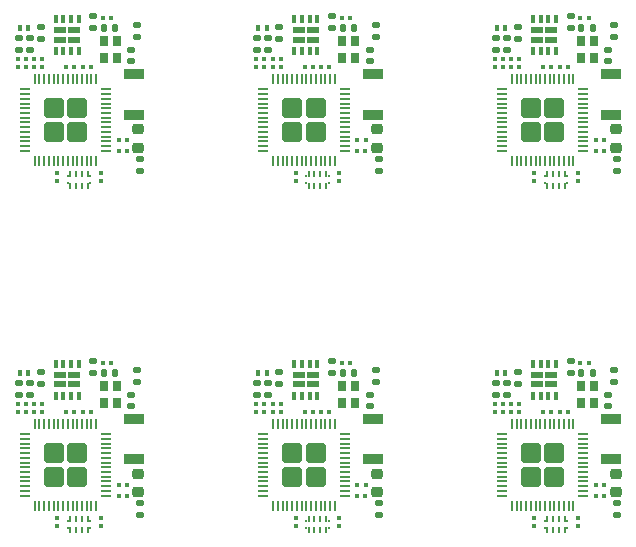
<source format=gtp>
G04 #@! TF.GenerationSoftware,KiCad,Pcbnew,9.0.0-9.0.0-2~ubuntu24.04.1*
G04 #@! TF.CreationDate,2025-03-16T16:10:11-04:00*
G04 #@! TF.ProjectId,panel9,70616e65-6c39-42e6-9b69-6361645f7063,rev?*
G04 #@! TF.SameCoordinates,Original*
G04 #@! TF.FileFunction,Paste,Top*
G04 #@! TF.FilePolarity,Positive*
%FSLAX46Y46*%
G04 Gerber Fmt 4.6, Leading zero omitted, Abs format (unit mm)*
G04 Created by KiCad (PCBNEW 9.0.0-9.0.0-2~ubuntu24.04.1) date 2025-03-16 16:10:11*
%MOMM*%
%LPD*%
G01*
G04 APERTURE LIST*
G04 Aperture macros list*
%AMRoundRect*
0 Rectangle with rounded corners*
0 $1 Rounding radius*
0 $2 $3 $4 $5 $6 $7 $8 $9 X,Y pos of 4 corners*
0 Add a 4 corners polygon primitive as box body*
4,1,4,$2,$3,$4,$5,$6,$7,$8,$9,$2,$3,0*
0 Add four circle primitives for the rounded corners*
1,1,$1+$1,$2,$3*
1,1,$1+$1,$4,$5*
1,1,$1+$1,$6,$7*
1,1,$1+$1,$8,$9*
0 Add four rect primitives between the rounded corners*
20,1,$1+$1,$2,$3,$4,$5,0*
20,1,$1+$1,$4,$5,$6,$7,0*
20,1,$1+$1,$6,$7,$8,$9,0*
20,1,$1+$1,$8,$9,$2,$3,0*%
G04 Aperture macros list end*
%ADD10RoundRect,0.079500X-0.079500X-0.100500X0.079500X-0.100500X0.079500X0.100500X-0.079500X0.100500X0*%
%ADD11RoundRect,0.135000X0.185000X-0.135000X0.185000X0.135000X-0.185000X0.135000X-0.185000X-0.135000X0*%
%ADD12R,0.200000X0.600000*%
%ADD13R,0.200000X0.200000*%
%ADD14RoundRect,0.079500X0.079500X0.100500X-0.079500X0.100500X-0.079500X-0.100500X0.079500X-0.100500X0*%
%ADD15R,1.000000X0.600000*%
%ADD16R,0.350000X0.650000*%
%ADD17R,0.300000X0.500000*%
%ADD18RoundRect,0.387168X-0.487832X-0.487832X0.487832X-0.487832X0.487832X0.487832X-0.487832X0.487832X0*%
%ADD19RoundRect,0.050000X-0.387500X-0.050000X0.387500X-0.050000X0.387500X0.050000X-0.387500X0.050000X0*%
%ADD20RoundRect,0.050000X-0.050000X-0.387500X0.050000X-0.387500X0.050000X0.387500X-0.050000X0.387500X0*%
%ADD21RoundRect,0.140000X-0.170000X0.140000X-0.170000X-0.140000X0.170000X-0.140000X0.170000X0.140000X0*%
%ADD22RoundRect,0.079500X0.100500X-0.079500X0.100500X0.079500X-0.100500X0.079500X-0.100500X-0.079500X0*%
%ADD23RoundRect,0.218750X-0.256250X0.218750X-0.256250X-0.218750X0.256250X-0.218750X0.256250X0.218750X0*%
%ADD24R,1.700000X0.900000*%
%ADD25RoundRect,0.079500X-0.100500X0.079500X-0.100500X-0.079500X0.100500X-0.079500X0.100500X0.079500X0*%
%ADD26RoundRect,0.140000X0.170000X-0.140000X0.170000X0.140000X-0.170000X0.140000X-0.170000X-0.140000X0*%
%ADD27R,0.800000X0.900000*%
%ADD28RoundRect,0.135000X-0.185000X0.135000X-0.185000X-0.135000X0.185000X-0.135000X0.185000X0.135000X0*%
%ADD29RoundRect,0.140000X-0.140000X-0.170000X0.140000X-0.170000X0.140000X0.170000X-0.140000X0.170000X0*%
G04 APERTURE END LIST*
D10*
G04 #@! TO.C,C11*
X43660000Y-58440000D03*
X44350000Y-58440000D03*
G04 #@! TD*
D11*
G04 #@! TO.C,R4*
X21310000Y-48980000D03*
X21310000Y-47960000D03*
G04 #@! TD*
D12*
G04 #@! TO.C,U4*
X19320000Y-33106117D03*
D13*
X19120000Y-32906117D03*
D12*
X19820000Y-33106117D03*
X20320000Y-33106117D03*
X20820000Y-33106117D03*
D13*
X21020000Y-32906117D03*
X21020000Y-32306117D03*
D12*
X20820000Y-32106117D03*
X20320000Y-32106117D03*
X19820000Y-32106117D03*
D13*
X19120000Y-32306117D03*
D12*
X19320000Y-32106117D03*
G04 #@! TD*
D14*
G04 #@! TO.C,C9*
X19685000Y-23080000D03*
X18995000Y-23080000D03*
G04 #@! TD*
D10*
G04 #@! TO.C,C11*
X63860000Y-29240000D03*
X64550000Y-29240000D03*
G04 #@! TD*
D15*
G04 #@! TO.C,U1*
X38685000Y-20742500D03*
X39885000Y-20742500D03*
X38685000Y-19967500D03*
X39885000Y-19967500D03*
D16*
X38310000Y-21730000D03*
X38960000Y-21730000D03*
X39610000Y-21730000D03*
X40260000Y-21730000D03*
X40260000Y-18980000D03*
X39610000Y-18980000D03*
X38960000Y-18980000D03*
X38310000Y-18980000D03*
G04 #@! TD*
D14*
G04 #@! TO.C,C2*
X55975000Y-52285000D03*
X55285000Y-52285000D03*
G04 #@! TD*
D17*
G04 #@! TO.C,D1*
X56180000Y-48945000D03*
X55480000Y-48945000D03*
G04 #@! TD*
G04 #@! TO.C,D1*
X15780000Y-19745000D03*
X15080000Y-19745000D03*
G04 #@! TD*
D18*
G04 #@! TO.C,U2*
X38137500Y-26560000D03*
X38137500Y-28560000D03*
X40137500Y-26560000D03*
X40137500Y-28560000D03*
D19*
X35700000Y-24960000D03*
X35700000Y-25360000D03*
X35700000Y-25760000D03*
X35700000Y-26160000D03*
X35700000Y-26560000D03*
X35700000Y-26960000D03*
X35700000Y-27360000D03*
X35700000Y-27760000D03*
X35700000Y-28160000D03*
X35700000Y-28560000D03*
X35700000Y-28960000D03*
X35700000Y-29360000D03*
X35700000Y-29760000D03*
X35700000Y-30160000D03*
D20*
X36537500Y-30997500D03*
X36937500Y-30997500D03*
X37337500Y-30997500D03*
X37737500Y-30997500D03*
X38137500Y-30997500D03*
X38537500Y-30997500D03*
X38937500Y-30997500D03*
X39337500Y-30997500D03*
X39737500Y-30997500D03*
X40137500Y-30997500D03*
X40537500Y-30997500D03*
X40937500Y-30997500D03*
X41337500Y-30997500D03*
X41737500Y-30997500D03*
D19*
X42575000Y-30160000D03*
X42575000Y-29760000D03*
X42575000Y-29360000D03*
X42575000Y-28960000D03*
X42575000Y-28560000D03*
X42575000Y-28160000D03*
X42575000Y-27760000D03*
X42575000Y-27360000D03*
X42575000Y-26960000D03*
X42575000Y-26560000D03*
X42575000Y-26160000D03*
X42575000Y-25760000D03*
X42575000Y-25360000D03*
X42575000Y-24960000D03*
D20*
X41737500Y-24122500D03*
X41337500Y-24122500D03*
X40937500Y-24122500D03*
X40537500Y-24122500D03*
X40137500Y-24122500D03*
X39737500Y-24122500D03*
X39337500Y-24122500D03*
X38937500Y-24122500D03*
X38537500Y-24122500D03*
X38137500Y-24122500D03*
X37737500Y-24122500D03*
X37337500Y-24122500D03*
X36937500Y-24122500D03*
X36537500Y-24122500D03*
G04 #@! TD*
D10*
G04 #@! TO.C,C11*
X23460000Y-58440000D03*
X24150000Y-58440000D03*
G04 #@! TD*
D21*
G04 #@! TO.C,C16*
X16830000Y-19715000D03*
X16830000Y-20675000D03*
G04 #@! TD*
D10*
G04 #@! TO.C,C10*
X63845000Y-59350000D03*
X64535000Y-59350000D03*
G04 #@! TD*
D22*
G04 #@! TO.C,C8*
X36480000Y-52285000D03*
X36480000Y-51595000D03*
G04 #@! TD*
D10*
G04 #@! TO.C,C15*
X62535000Y-18930000D03*
X63225000Y-18930000D03*
G04 #@! TD*
D22*
G04 #@! TO.C,C7*
X57380000Y-52280000D03*
X57380000Y-51590000D03*
G04 #@! TD*
D14*
G04 #@! TO.C,C9*
X60085000Y-52280000D03*
X59395000Y-52280000D03*
G04 #@! TD*
D11*
G04 #@! TO.C,R1*
X45190000Y-49770000D03*
X45190000Y-48750000D03*
G04 #@! TD*
D23*
G04 #@! TO.C,D6*
X65520000Y-28312500D03*
X65520000Y-29887500D03*
G04 #@! TD*
D18*
G04 #@! TO.C,U2*
X17937500Y-26560000D03*
X17937500Y-28560000D03*
X19937500Y-26560000D03*
X19937500Y-28560000D03*
D19*
X15500000Y-24960000D03*
X15500000Y-25360000D03*
X15500000Y-25760000D03*
X15500000Y-26160000D03*
X15500000Y-26560000D03*
X15500000Y-26960000D03*
X15500000Y-27360000D03*
X15500000Y-27760000D03*
X15500000Y-28160000D03*
X15500000Y-28560000D03*
X15500000Y-28960000D03*
X15500000Y-29360000D03*
X15500000Y-29760000D03*
X15500000Y-30160000D03*
D20*
X16337500Y-30997500D03*
X16737500Y-30997500D03*
X17137500Y-30997500D03*
X17537500Y-30997500D03*
X17937500Y-30997500D03*
X18337500Y-30997500D03*
X18737500Y-30997500D03*
X19137500Y-30997500D03*
X19537500Y-30997500D03*
X19937500Y-30997500D03*
X20337500Y-30997500D03*
X20737500Y-30997500D03*
X21137500Y-30997500D03*
X21537500Y-30997500D03*
D19*
X22375000Y-30160000D03*
X22375000Y-29760000D03*
X22375000Y-29360000D03*
X22375000Y-28960000D03*
X22375000Y-28560000D03*
X22375000Y-28160000D03*
X22375000Y-27760000D03*
X22375000Y-27360000D03*
X22375000Y-26960000D03*
X22375000Y-26560000D03*
X22375000Y-26160000D03*
X22375000Y-25760000D03*
X22375000Y-25360000D03*
X22375000Y-24960000D03*
D20*
X21537500Y-24122500D03*
X21137500Y-24122500D03*
X20737500Y-24122500D03*
X20337500Y-24122500D03*
X19937500Y-24122500D03*
X19537500Y-24122500D03*
X19137500Y-24122500D03*
X18737500Y-24122500D03*
X18337500Y-24122500D03*
X17937500Y-24122500D03*
X17537500Y-24122500D03*
X17137500Y-24122500D03*
X16737500Y-24122500D03*
X16337500Y-24122500D03*
G04 #@! TD*
D24*
G04 #@! TO.C,SW1*
X44950000Y-23700000D03*
X44950000Y-27100000D03*
G04 #@! TD*
D14*
G04 #@! TO.C,C9*
X60085000Y-23080000D03*
X59395000Y-23080000D03*
G04 #@! TD*
G04 #@! TO.C,C2*
X15575000Y-23085000D03*
X14885000Y-23085000D03*
G04 #@! TD*
D15*
G04 #@! TO.C,U1*
X18485000Y-49942500D03*
X19685000Y-49942500D03*
X18485000Y-49167500D03*
X19685000Y-49167500D03*
D16*
X18110000Y-50930000D03*
X18760000Y-50930000D03*
X19410000Y-50930000D03*
X20060000Y-50930000D03*
X20060000Y-48180000D03*
X19410000Y-48180000D03*
X18760000Y-48180000D03*
X18110000Y-48180000D03*
G04 #@! TD*
D24*
G04 #@! TO.C,SW1*
X65150000Y-52900000D03*
X65150000Y-56300000D03*
G04 #@! TD*
D25*
G04 #@! TO.C,C1*
X18220000Y-32045000D03*
X18220000Y-32735000D03*
G04 #@! TD*
D10*
G04 #@! TO.C,C10*
X43645000Y-30150000D03*
X44335000Y-30150000D03*
G04 #@! TD*
D14*
G04 #@! TO.C,C9*
X39885000Y-23080000D03*
X39195000Y-23080000D03*
G04 #@! TD*
G04 #@! TO.C,C2*
X35775000Y-23085000D03*
X35085000Y-23085000D03*
G04 #@! TD*
D18*
G04 #@! TO.C,U2*
X38137500Y-55760000D03*
X38137500Y-57760000D03*
X40137500Y-55760000D03*
X40137500Y-57760000D03*
D19*
X35700000Y-54160000D03*
X35700000Y-54560000D03*
X35700000Y-54960000D03*
X35700000Y-55360000D03*
X35700000Y-55760000D03*
X35700000Y-56160000D03*
X35700000Y-56560000D03*
X35700000Y-56960000D03*
X35700000Y-57360000D03*
X35700000Y-57760000D03*
X35700000Y-58160000D03*
X35700000Y-58560000D03*
X35700000Y-58960000D03*
X35700000Y-59360000D03*
D20*
X36537500Y-60197500D03*
X36937500Y-60197500D03*
X37337500Y-60197500D03*
X37737500Y-60197500D03*
X38137500Y-60197500D03*
X38537500Y-60197500D03*
X38937500Y-60197500D03*
X39337500Y-60197500D03*
X39737500Y-60197500D03*
X40137500Y-60197500D03*
X40537500Y-60197500D03*
X40937500Y-60197500D03*
X41337500Y-60197500D03*
X41737500Y-60197500D03*
D19*
X42575000Y-59360000D03*
X42575000Y-58960000D03*
X42575000Y-58560000D03*
X42575000Y-58160000D03*
X42575000Y-57760000D03*
X42575000Y-57360000D03*
X42575000Y-56960000D03*
X42575000Y-56560000D03*
X42575000Y-56160000D03*
X42575000Y-55760000D03*
X42575000Y-55360000D03*
X42575000Y-54960000D03*
X42575000Y-54560000D03*
X42575000Y-54160000D03*
D20*
X41737500Y-53322500D03*
X41337500Y-53322500D03*
X40937500Y-53322500D03*
X40537500Y-53322500D03*
X40137500Y-53322500D03*
X39737500Y-53322500D03*
X39337500Y-53322500D03*
X38937500Y-53322500D03*
X38537500Y-53322500D03*
X38137500Y-53322500D03*
X37737500Y-53322500D03*
X37337500Y-53322500D03*
X36937500Y-53322500D03*
X36537500Y-53322500D03*
G04 #@! TD*
D22*
G04 #@! TO.C,C8*
X56680000Y-52285000D03*
X56680000Y-51595000D03*
G04 #@! TD*
D10*
G04 #@! TO.C,C10*
X43645000Y-59350000D03*
X44335000Y-59350000D03*
G04 #@! TD*
D26*
G04 #@! TO.C,C18*
X24510000Y-22570000D03*
X24510000Y-21610000D03*
G04 #@! TD*
D10*
G04 #@! TO.C,C12*
X20395000Y-23080000D03*
X21085000Y-23080000D03*
G04 #@! TD*
G04 #@! TO.C,C12*
X20395000Y-52280000D03*
X21085000Y-52280000D03*
G04 #@! TD*
D11*
G04 #@! TO.C,R4*
X41510000Y-48980000D03*
X41510000Y-47960000D03*
G04 #@! TD*
D14*
G04 #@! TO.C,C2*
X55975000Y-23085000D03*
X55285000Y-23085000D03*
G04 #@! TD*
D25*
G04 #@! TO.C,C1*
X38420000Y-61245000D03*
X38420000Y-61935000D03*
G04 #@! TD*
D23*
G04 #@! TO.C,D6*
X45320000Y-28312500D03*
X45320000Y-29887500D03*
G04 #@! TD*
D26*
G04 #@! TO.C,C4*
X14990000Y-21605000D03*
X14990000Y-20645000D03*
G04 #@! TD*
D23*
G04 #@! TO.C,D6*
X25120000Y-57512500D03*
X25120000Y-59087500D03*
G04 #@! TD*
D15*
G04 #@! TO.C,U1*
X38685000Y-49942500D03*
X39885000Y-49942500D03*
X38685000Y-49167500D03*
X39885000Y-49167500D03*
D16*
X38310000Y-50930000D03*
X38960000Y-50930000D03*
X39610000Y-50930000D03*
X40260000Y-50930000D03*
X40260000Y-48180000D03*
X39610000Y-48180000D03*
X38960000Y-48180000D03*
X38310000Y-48180000D03*
G04 #@! TD*
D25*
G04 #@! TO.C,C6*
X62320000Y-61235000D03*
X62320000Y-61925000D03*
G04 #@! TD*
D10*
G04 #@! TO.C,C15*
X42335000Y-48130000D03*
X43025000Y-48130000D03*
G04 #@! TD*
D25*
G04 #@! TO.C,C6*
X42120000Y-61235000D03*
X42120000Y-61925000D03*
G04 #@! TD*
D11*
G04 #@! TO.C,R4*
X61710000Y-48980000D03*
X61710000Y-47960000D03*
G04 #@! TD*
D27*
G04 #@! TO.C,Y1*
X42390000Y-50100000D03*
X42390000Y-51500000D03*
X43490000Y-51500000D03*
X43490000Y-50100000D03*
G04 #@! TD*
D17*
G04 #@! TO.C,D1*
X35980000Y-48945000D03*
X35280000Y-48945000D03*
G04 #@! TD*
D28*
G04 #@! TO.C,R11*
X65670000Y-60020000D03*
X65670000Y-61040000D03*
G04 #@! TD*
D10*
G04 #@! TO.C,C15*
X22135000Y-48130000D03*
X22825000Y-48130000D03*
G04 #@! TD*
D12*
G04 #@! TO.C,U4*
X59720000Y-33106117D03*
D13*
X59520000Y-32906117D03*
D12*
X60220000Y-33106117D03*
X60720000Y-33106117D03*
X61220000Y-33106117D03*
D13*
X61420000Y-32906117D03*
X61420000Y-32306117D03*
D12*
X61220000Y-32106117D03*
X60720000Y-32106117D03*
X60220000Y-32106117D03*
D13*
X59520000Y-32306117D03*
D12*
X59720000Y-32106117D03*
G04 #@! TD*
D11*
G04 #@! TO.C,R1*
X24990000Y-49770000D03*
X24990000Y-48750000D03*
G04 #@! TD*
D25*
G04 #@! TO.C,C6*
X21920000Y-32035000D03*
X21920000Y-32725000D03*
G04 #@! TD*
D26*
G04 #@! TO.C,C4*
X14990000Y-50805000D03*
X14990000Y-49845000D03*
G04 #@! TD*
D24*
G04 #@! TO.C,SW1*
X44950000Y-52900000D03*
X44950000Y-56300000D03*
G04 #@! TD*
D22*
G04 #@! TO.C,C7*
X16980000Y-23080000D03*
X16980000Y-22390000D03*
G04 #@! TD*
D26*
G04 #@! TO.C,C4*
X35190000Y-21605000D03*
X35190000Y-20645000D03*
G04 #@! TD*
D28*
G04 #@! TO.C,R11*
X25270000Y-60020000D03*
X25270000Y-61040000D03*
G04 #@! TD*
D24*
G04 #@! TO.C,SW1*
X65150000Y-23700000D03*
X65150000Y-27100000D03*
G04 #@! TD*
D29*
G04 #@! TO.C,C19*
X42410000Y-48940000D03*
X43370000Y-48940000D03*
G04 #@! TD*
D22*
G04 #@! TO.C,C8*
X16280000Y-52285000D03*
X16280000Y-51595000D03*
G04 #@! TD*
D14*
G04 #@! TO.C,C3*
X15575000Y-22385000D03*
X14885000Y-22385000D03*
G04 #@! TD*
D21*
G04 #@! TO.C,C16*
X37030000Y-48915000D03*
X37030000Y-49875000D03*
G04 #@! TD*
D10*
G04 #@! TO.C,C12*
X60795000Y-52280000D03*
X61485000Y-52280000D03*
G04 #@! TD*
D14*
G04 #@! TO.C,C9*
X19685000Y-52280000D03*
X18995000Y-52280000D03*
G04 #@! TD*
D26*
G04 #@! TO.C,C18*
X44710000Y-51770000D03*
X44710000Y-50810000D03*
G04 #@! TD*
D10*
G04 #@! TO.C,C10*
X23445000Y-30150000D03*
X24135000Y-30150000D03*
G04 #@! TD*
G04 #@! TO.C,C10*
X23445000Y-59350000D03*
X24135000Y-59350000D03*
G04 #@! TD*
D22*
G04 #@! TO.C,C8*
X16280000Y-23085000D03*
X16280000Y-22395000D03*
G04 #@! TD*
D14*
G04 #@! TO.C,C3*
X55975000Y-22385000D03*
X55285000Y-22385000D03*
G04 #@! TD*
D15*
G04 #@! TO.C,U1*
X58885000Y-20742500D03*
X60085000Y-20742500D03*
X58885000Y-19967500D03*
X60085000Y-19967500D03*
D16*
X58510000Y-21730000D03*
X59160000Y-21730000D03*
X59810000Y-21730000D03*
X60460000Y-21730000D03*
X60460000Y-18980000D03*
X59810000Y-18980000D03*
X59160000Y-18980000D03*
X58510000Y-18980000D03*
G04 #@! TD*
D23*
G04 #@! TO.C,D6*
X25120000Y-28312500D03*
X25120000Y-29887500D03*
G04 #@! TD*
D14*
G04 #@! TO.C,C9*
X39885000Y-52280000D03*
X39195000Y-52280000D03*
G04 #@! TD*
D22*
G04 #@! TO.C,C8*
X56680000Y-23085000D03*
X56680000Y-22395000D03*
G04 #@! TD*
G04 #@! TO.C,C7*
X57380000Y-23080000D03*
X57380000Y-22390000D03*
G04 #@! TD*
G04 #@! TO.C,C8*
X36480000Y-23085000D03*
X36480000Y-22395000D03*
G04 #@! TD*
D10*
G04 #@! TO.C,C11*
X23460000Y-29240000D03*
X24150000Y-29240000D03*
G04 #@! TD*
G04 #@! TO.C,C15*
X42335000Y-18930000D03*
X43025000Y-18930000D03*
G04 #@! TD*
D25*
G04 #@! TO.C,C1*
X58620000Y-32045000D03*
X58620000Y-32735000D03*
G04 #@! TD*
D21*
G04 #@! TO.C,C16*
X16830000Y-48915000D03*
X16830000Y-49875000D03*
G04 #@! TD*
D26*
G04 #@! TO.C,C17*
X56310000Y-50805000D03*
X56310000Y-49845000D03*
G04 #@! TD*
D22*
G04 #@! TO.C,C7*
X16980000Y-52280000D03*
X16980000Y-51590000D03*
G04 #@! TD*
D25*
G04 #@! TO.C,C1*
X38420000Y-32045000D03*
X38420000Y-32735000D03*
G04 #@! TD*
D14*
G04 #@! TO.C,C2*
X15575000Y-52285000D03*
X14885000Y-52285000D03*
G04 #@! TD*
D21*
G04 #@! TO.C,C16*
X57230000Y-19715000D03*
X57230000Y-20675000D03*
G04 #@! TD*
D27*
G04 #@! TO.C,Y1*
X42390000Y-20900000D03*
X42390000Y-22300000D03*
X43490000Y-22300000D03*
X43490000Y-20900000D03*
G04 #@! TD*
D28*
G04 #@! TO.C,R11*
X45470000Y-60020000D03*
X45470000Y-61040000D03*
G04 #@! TD*
D21*
G04 #@! TO.C,C16*
X57230000Y-48915000D03*
X57230000Y-49875000D03*
G04 #@! TD*
D26*
G04 #@! TO.C,C18*
X64910000Y-51770000D03*
X64910000Y-50810000D03*
G04 #@! TD*
D12*
G04 #@! TO.C,U4*
X39520000Y-33106117D03*
D13*
X39320000Y-32906117D03*
D12*
X40020000Y-33106117D03*
X40520000Y-33106117D03*
X41020000Y-33106117D03*
D13*
X41220000Y-32906117D03*
X41220000Y-32306117D03*
D12*
X41020000Y-32106117D03*
X40520000Y-32106117D03*
X40020000Y-32106117D03*
D13*
X39320000Y-32306117D03*
D12*
X39520000Y-32106117D03*
G04 #@! TD*
D22*
G04 #@! TO.C,C7*
X37180000Y-52280000D03*
X37180000Y-51590000D03*
G04 #@! TD*
D14*
G04 #@! TO.C,C3*
X35775000Y-22385000D03*
X35085000Y-22385000D03*
G04 #@! TD*
D18*
G04 #@! TO.C,U2*
X58337500Y-26560000D03*
X58337500Y-28560000D03*
X60337500Y-26560000D03*
X60337500Y-28560000D03*
D19*
X55900000Y-24960000D03*
X55900000Y-25360000D03*
X55900000Y-25760000D03*
X55900000Y-26160000D03*
X55900000Y-26560000D03*
X55900000Y-26960000D03*
X55900000Y-27360000D03*
X55900000Y-27760000D03*
X55900000Y-28160000D03*
X55900000Y-28560000D03*
X55900000Y-28960000D03*
X55900000Y-29360000D03*
X55900000Y-29760000D03*
X55900000Y-30160000D03*
D20*
X56737500Y-30997500D03*
X57137500Y-30997500D03*
X57537500Y-30997500D03*
X57937500Y-30997500D03*
X58337500Y-30997500D03*
X58737500Y-30997500D03*
X59137500Y-30997500D03*
X59537500Y-30997500D03*
X59937500Y-30997500D03*
X60337500Y-30997500D03*
X60737500Y-30997500D03*
X61137500Y-30997500D03*
X61537500Y-30997500D03*
X61937500Y-30997500D03*
D19*
X62775000Y-30160000D03*
X62775000Y-29760000D03*
X62775000Y-29360000D03*
X62775000Y-28960000D03*
X62775000Y-28560000D03*
X62775000Y-28160000D03*
X62775000Y-27760000D03*
X62775000Y-27360000D03*
X62775000Y-26960000D03*
X62775000Y-26560000D03*
X62775000Y-26160000D03*
X62775000Y-25760000D03*
X62775000Y-25360000D03*
X62775000Y-24960000D03*
D20*
X61937500Y-24122500D03*
X61537500Y-24122500D03*
X61137500Y-24122500D03*
X60737500Y-24122500D03*
X60337500Y-24122500D03*
X59937500Y-24122500D03*
X59537500Y-24122500D03*
X59137500Y-24122500D03*
X58737500Y-24122500D03*
X58337500Y-24122500D03*
X57937500Y-24122500D03*
X57537500Y-24122500D03*
X57137500Y-24122500D03*
X56737500Y-24122500D03*
G04 #@! TD*
D26*
G04 #@! TO.C,C18*
X24510000Y-51770000D03*
X24510000Y-50810000D03*
G04 #@! TD*
D23*
G04 #@! TO.C,D6*
X65520000Y-57512500D03*
X65520000Y-59087500D03*
G04 #@! TD*
D25*
G04 #@! TO.C,C1*
X18220000Y-61245000D03*
X18220000Y-61935000D03*
G04 #@! TD*
D29*
G04 #@! TO.C,C19*
X22210000Y-19740000D03*
X23170000Y-19740000D03*
G04 #@! TD*
D17*
G04 #@! TO.C,D1*
X15780000Y-48945000D03*
X15080000Y-48945000D03*
G04 #@! TD*
D14*
G04 #@! TO.C,C3*
X55975000Y-51585000D03*
X55285000Y-51585000D03*
G04 #@! TD*
D17*
G04 #@! TO.C,D1*
X56180000Y-19745000D03*
X55480000Y-19745000D03*
G04 #@! TD*
D28*
G04 #@! TO.C,R11*
X25270000Y-30820000D03*
X25270000Y-31840000D03*
G04 #@! TD*
D12*
G04 #@! TO.C,U4*
X19320000Y-62306117D03*
D13*
X19120000Y-62106117D03*
D12*
X19820000Y-62306117D03*
X20320000Y-62306117D03*
X20820000Y-62306117D03*
D13*
X21020000Y-62106117D03*
X21020000Y-61506117D03*
D12*
X20820000Y-61306117D03*
X20320000Y-61306117D03*
X19820000Y-61306117D03*
D13*
X19120000Y-61506117D03*
D12*
X19320000Y-61306117D03*
G04 #@! TD*
D11*
G04 #@! TO.C,R1*
X65390000Y-20570000D03*
X65390000Y-19550000D03*
G04 #@! TD*
D25*
G04 #@! TO.C,C1*
X58620000Y-61245000D03*
X58620000Y-61935000D03*
G04 #@! TD*
D26*
G04 #@! TO.C,C4*
X55390000Y-21605000D03*
X55390000Y-20645000D03*
G04 #@! TD*
D11*
G04 #@! TO.C,R4*
X61710000Y-19780000D03*
X61710000Y-18760000D03*
G04 #@! TD*
G04 #@! TO.C,R1*
X65390000Y-49770000D03*
X65390000Y-48750000D03*
G04 #@! TD*
D26*
G04 #@! TO.C,C18*
X44710000Y-22570000D03*
X44710000Y-21610000D03*
G04 #@! TD*
G04 #@! TO.C,C17*
X36110000Y-50805000D03*
X36110000Y-49845000D03*
G04 #@! TD*
D23*
G04 #@! TO.C,D6*
X45320000Y-57512500D03*
X45320000Y-59087500D03*
G04 #@! TD*
D18*
G04 #@! TO.C,U2*
X17937500Y-55760000D03*
X17937500Y-57760000D03*
X19937500Y-55760000D03*
X19937500Y-57760000D03*
D19*
X15500000Y-54160000D03*
X15500000Y-54560000D03*
X15500000Y-54960000D03*
X15500000Y-55360000D03*
X15500000Y-55760000D03*
X15500000Y-56160000D03*
X15500000Y-56560000D03*
X15500000Y-56960000D03*
X15500000Y-57360000D03*
X15500000Y-57760000D03*
X15500000Y-58160000D03*
X15500000Y-58560000D03*
X15500000Y-58960000D03*
X15500000Y-59360000D03*
D20*
X16337500Y-60197500D03*
X16737500Y-60197500D03*
X17137500Y-60197500D03*
X17537500Y-60197500D03*
X17937500Y-60197500D03*
X18337500Y-60197500D03*
X18737500Y-60197500D03*
X19137500Y-60197500D03*
X19537500Y-60197500D03*
X19937500Y-60197500D03*
X20337500Y-60197500D03*
X20737500Y-60197500D03*
X21137500Y-60197500D03*
X21537500Y-60197500D03*
D19*
X22375000Y-59360000D03*
X22375000Y-58960000D03*
X22375000Y-58560000D03*
X22375000Y-58160000D03*
X22375000Y-57760000D03*
X22375000Y-57360000D03*
X22375000Y-56960000D03*
X22375000Y-56560000D03*
X22375000Y-56160000D03*
X22375000Y-55760000D03*
X22375000Y-55360000D03*
X22375000Y-54960000D03*
X22375000Y-54560000D03*
X22375000Y-54160000D03*
D20*
X21537500Y-53322500D03*
X21137500Y-53322500D03*
X20737500Y-53322500D03*
X20337500Y-53322500D03*
X19937500Y-53322500D03*
X19537500Y-53322500D03*
X19137500Y-53322500D03*
X18737500Y-53322500D03*
X18337500Y-53322500D03*
X17937500Y-53322500D03*
X17537500Y-53322500D03*
X17137500Y-53322500D03*
X16737500Y-53322500D03*
X16337500Y-53322500D03*
G04 #@! TD*
D27*
G04 #@! TO.C,Y1*
X62590000Y-20900000D03*
X62590000Y-22300000D03*
X63690000Y-22300000D03*
X63690000Y-20900000D03*
G04 #@! TD*
D24*
G04 #@! TO.C,SW1*
X24750000Y-23700000D03*
X24750000Y-27100000D03*
G04 #@! TD*
D28*
G04 #@! TO.C,R11*
X45470000Y-30820000D03*
X45470000Y-31840000D03*
G04 #@! TD*
D27*
G04 #@! TO.C,Y1*
X22190000Y-50100000D03*
X22190000Y-51500000D03*
X23290000Y-51500000D03*
X23290000Y-50100000D03*
G04 #@! TD*
D15*
G04 #@! TO.C,U1*
X18485000Y-20742500D03*
X19685000Y-20742500D03*
X18485000Y-19967500D03*
X19685000Y-19967500D03*
D16*
X18110000Y-21730000D03*
X18760000Y-21730000D03*
X19410000Y-21730000D03*
X20060000Y-21730000D03*
X20060000Y-18980000D03*
X19410000Y-18980000D03*
X18760000Y-18980000D03*
X18110000Y-18980000D03*
G04 #@! TD*
D26*
G04 #@! TO.C,C17*
X15910000Y-50805000D03*
X15910000Y-49845000D03*
G04 #@! TD*
D12*
G04 #@! TO.C,U4*
X39520000Y-62306117D03*
D13*
X39320000Y-62106117D03*
D12*
X40020000Y-62306117D03*
X40520000Y-62306117D03*
X41020000Y-62306117D03*
D13*
X41220000Y-62106117D03*
X41220000Y-61506117D03*
D12*
X41020000Y-61306117D03*
X40520000Y-61306117D03*
X40020000Y-61306117D03*
D13*
X39320000Y-61506117D03*
D12*
X39520000Y-61306117D03*
G04 #@! TD*
D27*
G04 #@! TO.C,Y1*
X22190000Y-20900000D03*
X22190000Y-22300000D03*
X23290000Y-22300000D03*
X23290000Y-20900000D03*
G04 #@! TD*
D29*
G04 #@! TO.C,C19*
X42410000Y-19740000D03*
X43370000Y-19740000D03*
G04 #@! TD*
D12*
G04 #@! TO.C,U4*
X59720000Y-62306117D03*
D13*
X59520000Y-62106117D03*
D12*
X60220000Y-62306117D03*
X60720000Y-62306117D03*
X61220000Y-62306117D03*
D13*
X61420000Y-62106117D03*
X61420000Y-61506117D03*
D12*
X61220000Y-61306117D03*
X60720000Y-61306117D03*
X60220000Y-61306117D03*
D13*
X59520000Y-61506117D03*
D12*
X59720000Y-61306117D03*
G04 #@! TD*
D27*
G04 #@! TO.C,Y1*
X62590000Y-50100000D03*
X62590000Y-51500000D03*
X63690000Y-51500000D03*
X63690000Y-50100000D03*
G04 #@! TD*
D14*
G04 #@! TO.C,C3*
X15575000Y-51585000D03*
X14885000Y-51585000D03*
G04 #@! TD*
D28*
G04 #@! TO.C,R11*
X65670000Y-30820000D03*
X65670000Y-31840000D03*
G04 #@! TD*
D10*
G04 #@! TO.C,C11*
X63860000Y-58440000D03*
X64550000Y-58440000D03*
G04 #@! TD*
D26*
G04 #@! TO.C,C17*
X56310000Y-21605000D03*
X56310000Y-20645000D03*
G04 #@! TD*
D29*
G04 #@! TO.C,C19*
X22210000Y-48940000D03*
X23170000Y-48940000D03*
G04 #@! TD*
D10*
G04 #@! TO.C,C11*
X43660000Y-29240000D03*
X44350000Y-29240000D03*
G04 #@! TD*
D17*
G04 #@! TO.C,D1*
X35980000Y-19745000D03*
X35280000Y-19745000D03*
G04 #@! TD*
D10*
G04 #@! TO.C,C15*
X62535000Y-48130000D03*
X63225000Y-48130000D03*
G04 #@! TD*
G04 #@! TO.C,C15*
X22135000Y-18930000D03*
X22825000Y-18930000D03*
G04 #@! TD*
D21*
G04 #@! TO.C,C16*
X37030000Y-19715000D03*
X37030000Y-20675000D03*
G04 #@! TD*
D18*
G04 #@! TO.C,U2*
X58337500Y-55760000D03*
X58337500Y-57760000D03*
X60337500Y-55760000D03*
X60337500Y-57760000D03*
D19*
X55900000Y-54160000D03*
X55900000Y-54560000D03*
X55900000Y-54960000D03*
X55900000Y-55360000D03*
X55900000Y-55760000D03*
X55900000Y-56160000D03*
X55900000Y-56560000D03*
X55900000Y-56960000D03*
X55900000Y-57360000D03*
X55900000Y-57760000D03*
X55900000Y-58160000D03*
X55900000Y-58560000D03*
X55900000Y-58960000D03*
X55900000Y-59360000D03*
D20*
X56737500Y-60197500D03*
X57137500Y-60197500D03*
X57537500Y-60197500D03*
X57937500Y-60197500D03*
X58337500Y-60197500D03*
X58737500Y-60197500D03*
X59137500Y-60197500D03*
X59537500Y-60197500D03*
X59937500Y-60197500D03*
X60337500Y-60197500D03*
X60737500Y-60197500D03*
X61137500Y-60197500D03*
X61537500Y-60197500D03*
X61937500Y-60197500D03*
D19*
X62775000Y-59360000D03*
X62775000Y-58960000D03*
X62775000Y-58560000D03*
X62775000Y-58160000D03*
X62775000Y-57760000D03*
X62775000Y-57360000D03*
X62775000Y-56960000D03*
X62775000Y-56560000D03*
X62775000Y-56160000D03*
X62775000Y-55760000D03*
X62775000Y-55360000D03*
X62775000Y-54960000D03*
X62775000Y-54560000D03*
X62775000Y-54160000D03*
D20*
X61937500Y-53322500D03*
X61537500Y-53322500D03*
X61137500Y-53322500D03*
X60737500Y-53322500D03*
X60337500Y-53322500D03*
X59937500Y-53322500D03*
X59537500Y-53322500D03*
X59137500Y-53322500D03*
X58737500Y-53322500D03*
X58337500Y-53322500D03*
X57937500Y-53322500D03*
X57537500Y-53322500D03*
X57137500Y-53322500D03*
X56737500Y-53322500D03*
G04 #@! TD*
D10*
G04 #@! TO.C,C10*
X63845000Y-30150000D03*
X64535000Y-30150000D03*
G04 #@! TD*
G04 #@! TO.C,C12*
X60795000Y-23080000D03*
X61485000Y-23080000D03*
G04 #@! TD*
D25*
G04 #@! TO.C,C6*
X62320000Y-32035000D03*
X62320000Y-32725000D03*
G04 #@! TD*
D26*
G04 #@! TO.C,C18*
X64910000Y-22570000D03*
X64910000Y-21610000D03*
G04 #@! TD*
D11*
G04 #@! TO.C,R1*
X45190000Y-20570000D03*
X45190000Y-19550000D03*
G04 #@! TD*
D25*
G04 #@! TO.C,C6*
X42120000Y-32035000D03*
X42120000Y-32725000D03*
G04 #@! TD*
D14*
G04 #@! TO.C,C3*
X35775000Y-51585000D03*
X35085000Y-51585000D03*
G04 #@! TD*
D22*
G04 #@! TO.C,C7*
X37180000Y-23080000D03*
X37180000Y-22390000D03*
G04 #@! TD*
D24*
G04 #@! TO.C,SW1*
X24750000Y-52900000D03*
X24750000Y-56300000D03*
G04 #@! TD*
D29*
G04 #@! TO.C,C19*
X62610000Y-19740000D03*
X63570000Y-19740000D03*
G04 #@! TD*
D11*
G04 #@! TO.C,R4*
X21310000Y-19780000D03*
X21310000Y-18760000D03*
G04 #@! TD*
D25*
G04 #@! TO.C,C6*
X21920000Y-61235000D03*
X21920000Y-61925000D03*
G04 #@! TD*
D26*
G04 #@! TO.C,C4*
X35190000Y-50805000D03*
X35190000Y-49845000D03*
G04 #@! TD*
D14*
G04 #@! TO.C,C2*
X35775000Y-52285000D03*
X35085000Y-52285000D03*
G04 #@! TD*
D26*
G04 #@! TO.C,C17*
X36110000Y-21605000D03*
X36110000Y-20645000D03*
G04 #@! TD*
D10*
G04 #@! TO.C,C12*
X40595000Y-52280000D03*
X41285000Y-52280000D03*
G04 #@! TD*
D26*
G04 #@! TO.C,C4*
X55390000Y-50805000D03*
X55390000Y-49845000D03*
G04 #@! TD*
D10*
G04 #@! TO.C,C12*
X40595000Y-23080000D03*
X41285000Y-23080000D03*
G04 #@! TD*
D11*
G04 #@! TO.C,R4*
X41510000Y-19780000D03*
X41510000Y-18760000D03*
G04 #@! TD*
G04 #@! TO.C,R1*
X24990000Y-20570000D03*
X24990000Y-19550000D03*
G04 #@! TD*
D15*
G04 #@! TO.C,U1*
X58885000Y-49942500D03*
X60085000Y-49942500D03*
X58885000Y-49167500D03*
X60085000Y-49167500D03*
D16*
X58510000Y-50930000D03*
X59160000Y-50930000D03*
X59810000Y-50930000D03*
X60460000Y-50930000D03*
X60460000Y-48180000D03*
X59810000Y-48180000D03*
X59160000Y-48180000D03*
X58510000Y-48180000D03*
G04 #@! TD*
D26*
G04 #@! TO.C,C17*
X15910000Y-21605000D03*
X15910000Y-20645000D03*
G04 #@! TD*
D29*
G04 #@! TO.C,C19*
X62610000Y-48940000D03*
X63570000Y-48940000D03*
G04 #@! TD*
M02*

</source>
